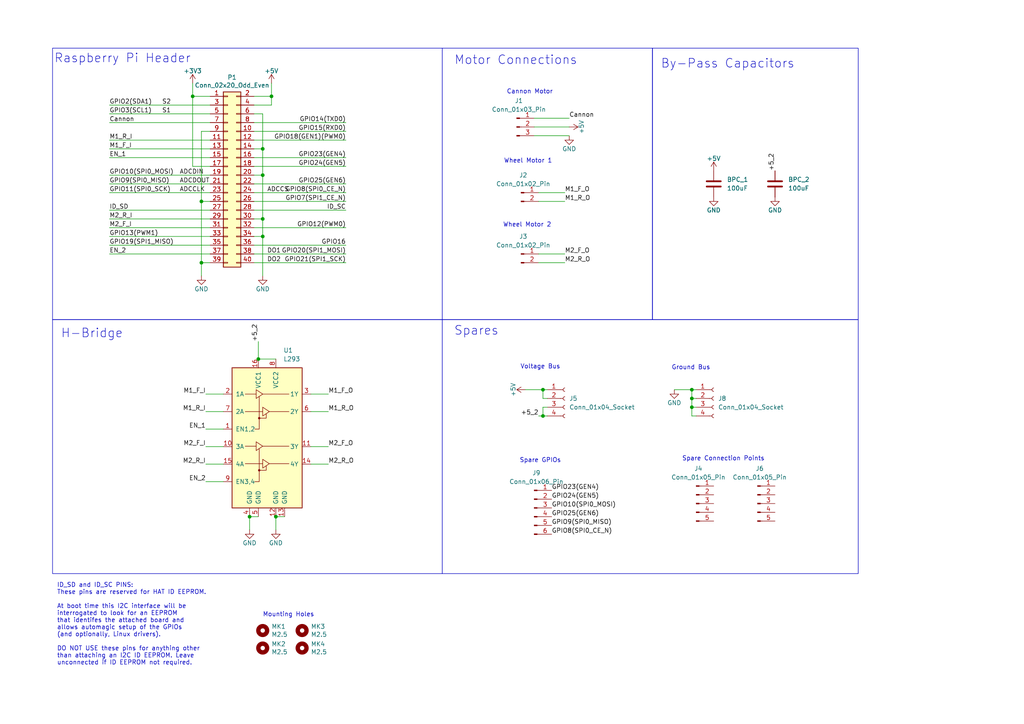
<source format=kicad_sch>
(kicad_sch (version 20231120) (generator "eeschema") (generator_version "8.0")
  (paper "A4")
  (title_block (date "15 nov 2012"))
  (lib_symbols
    (symbol "Connector:Conn_01x02_Pin" (pin_names (offset 1.016) hide)
      (property "Reference" "J" (at 0 2.54 0))
      (property "Value" "Conn_01x02_Pin" (at 0 -5.08 0))
      (symbol "Conn_01x02_Pin_1_1"
        (polyline (pts (xy 1.27 -2.54) (xy 0.8636 -2.54)) (stroke (width 0.1524)))
        (polyline (pts (xy 1.27 0) (xy 0.8636 0)) (stroke (width 0.1524)))
        (rectangle (start 0.8636 -2.413) (end 0 -2.667) (stroke (width 0.1524)) (fill (type outline)))
        (rectangle (start 0.8636 0.127) (end 0 -0.127) (stroke (width 0.1524)) (fill (type outline)))
        (pin passive line (at 5.08 0 180) (length 3.81) (name "Pin_1") (number "1"))
        (pin passive line (at 5.08 -2.54 180) (length 3.81) (name "Pin_2") (number "2"))
      )
    )
    (symbol "Connector:Conn_01x03_Pin" (pin_names (offset 1.016) hide)
      (property "Reference" "J" (at 0 5.08 0))
      (property "Value" "Conn_01x03_Pin" (at 0 -5.08 0))
      (symbol "Conn_01x03_Pin_1_1"
        (polyline (pts (xy 1.27 -2.54) (xy 0.8636 -2.54)) (stroke (width 0.1524)))
        (polyline (pts (xy 1.27 0) (xy 0.8636 0)) (stroke (width 0.1524)))
        (polyline (pts (xy 1.27 2.54) (xy 0.8636 2.54)) (stroke (width 0.1524)))
        (rectangle (start 0.8636 -2.413) (end 0 -2.667) (stroke (width 0.1524)) (fill (type outline)))
        (rectangle (start 0.8636 0.127) (end 0 -0.127) (stroke (width 0.1524)) (fill (type outline)))
        (rectangle (start 0.8636 2.667) (end 0 2.413) (stroke (width 0.1524)) (fill (type outline)))
        (pin passive line (at 5.08 2.54 180) (length 3.81) (name "Pin_1") (number "1"))
        (pin passive line (at 5.08 0 180) (length 3.81) (name "Pin_2") (number "2"))
        (pin passive line (at 5.08 -2.54 180) (length 3.81) (name "Pin_3") (number "3"))
      )
    )
    (symbol "Connector:Conn_01x04_Socket" (pin_names (offset 1.016) hide)
      (property "Reference" "J" (at 0 5.08 0))
      (property "Value" "Conn_01x04_Socket" (at 0 -7.62 0))
      (symbol "Conn_01x04_Socket_1_1"
        (arc (start 0 -4.572) (mid -0.5058 -5.08) (end 0 -5.588) (stroke (width 0.1524)))
        (arc (start 0 -2.032) (mid -0.5058 -2.54) (end 0 -3.048) (stroke (width 0.1524)))
        (polyline (pts (xy -1.27 -5.08) (xy -0.508 -5.08)) (stroke (width 0.1524)))
        (polyline (pts (xy -1.27 -2.54) (xy -0.508 -2.54)) (stroke (width 0.1524)))
        (polyline (pts (xy -1.27 0) (xy -0.508 0)) (stroke (width 0.1524)))
        (polyline (pts (xy -1.27 2.54) (xy -0.508 2.54)) (stroke (width 0.1524)))
        (arc (start 0 0.508) (mid -0.5058 0) (end 0 -0.508) (stroke (width 0.1524)))
        (arc (start 0 3.048) (mid -0.5058 2.54) (end 0 2.032) (stroke (width 0.1524)))
        (pin passive line (at -5.08 2.54 0) (length 3.81) (name "Pin_1") (number "1"))
        (pin passive line (at -5.08 0 0) (length 3.81) (name "Pin_2") (number "2"))
        (pin passive line (at -5.08 -2.54 0) (length 3.81) (name "Pin_3") (number "3"))
        (pin passive line (at -5.08 -5.08 0) (length 3.81) (name "Pin_4") (number "4"))
      )
    )
    (symbol "Connector:Conn_01x05_Pin" (pin_names (offset 1.016) hide)
      (property "Reference" "J" (at 0 7.62 0))
      (property "Value" "Conn_01x05_Pin" (at 0 -7.62 0))
      (symbol "Conn_01x05_Pin_1_1"
        (polyline (pts (xy 1.27 -5.08) (xy 0.8636 -5.08)) (stroke (width 0.1524)))
        (polyline (pts (xy 1.27 -2.54) (xy 0.8636 -2.54)) (stroke (width 0.1524)))
        (polyline (pts (xy 1.27 0) (xy 0.8636 0)) (stroke (width 0.1524)))
        (polyline (pts (xy 1.27 2.54) (xy 0.8636 2.54)) (stroke (width 0.1524)))
        (polyline (pts (xy 1.27 5.08) (xy 0.8636 5.08)) (stroke (width 0.1524)))
        (rectangle (start 0.8636 -4.953) (end 0 -5.207) (stroke (width 0.1524)) (fill (type outline)))
        (rectangle (start 0.8636 -2.413) (end 0 -2.667) (stroke (width 0.1524)) (fill (type outline)))
        (rectangle (start 0.8636 0.127) (end 0 -0.127) (stroke (width 0.1524)) (fill (type outline)))
        (rectangle (start 0.8636 2.667) (end 0 2.413) (stroke (width 0.1524)) (fill (type outline)))
        (rectangle (start 0.8636 5.207) (end 0 4.953) (stroke (width 0.1524)) (fill (type outline)))
        (pin passive line (at 5.08 5.08 180) (length 3.81) (name "Pin_1") (number "1"))
        (pin passive line (at 5.08 2.54 180) (length 3.81) (name "Pin_2") (number "2"))
        (pin passive line (at 5.08 0 180) (length 3.81) (name "Pin_3") (number "3"))
        (pin passive line (at 5.08 -2.54 180) (length 3.81) (name "Pin_4") (number "4"))
        (pin passive line (at 5.08 -5.08 180) (length 3.81) (name "Pin_5") (number "5"))
      )
    )
    (symbol "Connector:Conn_01x06_Pin" (pin_names (offset 1.016) hide)
      (property "Reference" "J" (at 0 7.62 0))
      (property "Value" "Conn_01x06_Pin" (at 0 -10.16 0))
      (symbol "Conn_01x06_Pin_1_1"
        (polyline (pts (xy 1.27 -7.62) (xy 0.8636 -7.62)) (stroke (width 0.1524)))
        (polyline (pts (xy 1.27 -5.08) (xy 0.8636 -5.08)) (stroke (width 0.1524)))
        (polyline (pts (xy 1.27 -2.54) (xy 0.8636 -2.54)) (stroke (width 0.1524)))
        (polyline (pts (xy 1.27 0) (xy 0.8636 0)) (stroke (width 0.1524)))
        (polyline (pts (xy 1.27 2.54) (xy 0.8636 2.54)) (stroke (width 0.1524)))
        (polyline (pts (xy 1.27 5.08) (xy 0.8636 5.08)) (stroke (width 0.1524)))
        (rectangle (start 0.8636 -7.493) (end 0 -7.747) (stroke (width 0.1524)) (fill (type outline)))
        (rectangle (start 0.8636 -4.953) (end 0 -5.207) (stroke (width 0.1524)) (fill (type outline)))
        (rectangle (start 0.8636 -2.413) (end 0 -2.667) (stroke (width 0.1524)) (fill (type outline)))
        (rectangle (start 0.8636 0.127) (end 0 -0.127) (stroke (width 0.1524)) (fill (type outline)))
        (rectangle (start 0.8636 2.667) (end 0 2.413) (stroke (width 0.1524)) (fill (type outline)))
        (rectangle (start 0.8636 5.207) (end 0 4.953) (stroke (width 0.1524)) (fill (type outline)))
        (pin passive line (at 5.08 5.08 180) (length 3.81) (name "Pin_1") (number "1"))
        (pin passive line (at 5.08 2.54 180) (length 3.81) (name "Pin_2") (number "2"))
        (pin passive line (at 5.08 0 180) (length 3.81) (name "Pin_3") (number "3"))
        (pin passive line (at 5.08 -2.54 180) (length 3.81) (name "Pin_4") (number "4"))
        (pin passive line (at 5.08 -5.08 180) (length 3.81) (name "Pin_5") (number "5"))
        (pin passive line (at 5.08 -7.62 180) (length 3.81) (name "Pin_6") (number "6"))
      )
    )
    (symbol "Connector_Generic:Conn_02x20_Odd_Even" (pin_names (offset 1.016) hide)
      (property "Reference" "J" (at 1.27 25.4 0))
      (property "Value" "Conn_02x20_Odd_Even" (at 1.27 -27.94 0))
      (symbol "Conn_02x20_Odd_Even_1_1"
        (rectangle (start -1.27 -25.273) (end 0 -25.527) (stroke (width 0.1524)))
        (rectangle (start -1.27 -22.733) (end 0 -22.987) (stroke (width 0.1524)))
        (rectangle (start -1.27 -20.193) (end 0 -20.447) (stroke (width 0.1524)))
        (rectangle (start -1.27 -17.653) (end 0 -17.907) (stroke (width 0.1524)))
        (rectangle (start -1.27 -15.113) (end 0 -15.367) (stroke (width 0.1524)))
        (rectangle (start -1.27 -12.573) (end 0 -12.827) (stroke (width 0.1524)))
        (rectangle (start -1.27 -10.033) (end 0 -10.287) (stroke (width 0.1524)))
        (rectangle (start -1.27 -7.493) (end 0 -7.747) (stroke (width 0.1524)))
        (rectangle (start -1.27 -4.953) (end 0 -5.207) (stroke (width 0.1524)))
        (rectangle (start -1.27 -2.413) (end 0 -2.667) (stroke (width 0.1524)))
        (rectangle (start -1.27 0.127) (end 0 -0.127) (stroke (width 0.1524)))
        (rectangle (start -1.27 2.667) (end 0 2.413) (stroke (width 0.1524)))
        (rectangle (start -1.27 5.207) (end 0 4.953) (stroke (width 0.1524)))
        (rectangle (start -1.27 7.747) (end 0 7.493) (stroke (width 0.1524)))
        (rectangle (start -1.27 10.287) (end 0 10.033) (stroke (width 0.1524)))
        (rectangle (start -1.27 12.827) (end 0 12.573) (stroke (width 0.1524)))
        (rectangle (start -1.27 15.367) (end 0 15.113) (stroke (width 0.1524)))
        (rectangle (start -1.27 17.907) (end 0 17.653) (stroke (width 0.1524)))
        (rectangle (start -1.27 20.447) (end 0 20.193) (stroke (width 0.1524)))
        (rectangle (start -1.27 22.987) (end 0 22.733) (stroke (width 0.1524)))
        (rectangle (start -1.27 24.13) (end 3.81 -26.67) (stroke (width 0.254)) (fill (type background)))
        (rectangle (start 3.81 -25.273) (end 2.54 -25.527) (stroke (width 0.1524)))
        (rectangle (start 3.81 -22.733) (end 2.54 -22.987) (stroke (width 0.1524)))
        (rectangle (start 3.81 -20.193) (end 2.54 -20.447) (stroke (width 0.1524)))
        (rectangle (start 3.81 -17.653) (end 2.54 -17.907) (stroke (width 0.1524)))
        (rectangle (start 3.81 -15.113) (end 2.54 -15.367) (stroke (width 0.1524)))
        (rectangle (start 3.81 -12.573) (end 2.54 -12.827) (stroke (width 0.1524)))
        (rectangle (start 3.81 -10.033) (end 2.54 -10.287) (stroke (width 0.1524)))
        (rectangle (start 3.81 -7.493) (end 2.54 -7.747) (stroke (width 0.1524)))
        (rectangle (start 3.81 -4.953) (end 2.54 -5.207) (stroke (width 0.1524)))
        (rectangle (start 3.81 -2.413) (end 2.54 -2.667) (stroke (width 0.1524)))
        (rectangle (start 3.81 0.127) (end 2.54 -0.127) (stroke (width 0.1524)))
        (rectangle (start 3.81 2.667) (end 2.54 2.413) (stroke (width 0.1524)))
        (rectangle (start 3.81 5.207) (end 2.54 4.953) (stroke (width 0.1524)))
        (rectangle (start 3.81 7.747) (end 2.54 7.493) (stroke (width 0.1524)))
        (rectangle (start 3.81 10.287) (end 2.54 10.033) (stroke (width 0.1524)))
        (rectangle (start 3.81 12.827) (end 2.54 12.573) (stroke (width 0.1524)))
        (rectangle (start 3.81 15.367) (end 2.54 15.113) (stroke (width 0.1524)))
        (rectangle (start 3.81 17.907) (end 2.54 17.653) (stroke (width 0.1524)))
        (rectangle (start 3.81 20.447) (end 2.54 20.193) (stroke (width 0.1524)))
        (rectangle (start 3.81 22.987) (end 2.54 22.733) (stroke (width 0.1524)))
        (pin passive line (at -5.08 22.86 0) (length 3.81) (name "Pin_1") (number "1"))
        (pin passive line (at 7.62 12.7 180) (length 3.81) (name "Pin_10") (number "10"))
        (pin passive line (at -5.08 10.16 0) (length 3.81) (name "Pin_11") (number "11"))
        (pin passive line (at 7.62 10.16 180) (length 3.81) (name "Pin_12") (number "12"))
        (pin passive line (at -5.08 7.62 0) (length 3.81) (name "Pin_13") (number "13"))
        (pin passive line (at 7.62 7.62 180) (length 3.81) (name "Pin_14") (number "14"))
        (pin passive line (at -5.08 5.08 0) (length 3.81) (name "Pin_15") (number "15"))
        (pin passive line (at 7.62 5.08 180) (length 3.81) (name "Pin_16") (number "16"))
        (pin passive line (at -5.08 2.54 0) (length 3.81) (name "Pin_17") (number "17"))
        (pin passive line (at 7.62 2.54 180) (length 3.81) (name "Pin_18") (number "18"))
        (pin passive line (at -5.08 0 0) (length 3.81) (name "Pin_19") (number "19"))
        (pin passive line (at 7.62 22.86 180) (length 3.81) (name "Pin_2") (number "2"))
        (pin passive line (at 7.62 0 180) (length 3.81) (name "Pin_20") (number "20"))
        (pin passive line (at -5.08 -2.54 0) (length 3.81) (name "Pin_21") (number "21"))
        (pin passive line (at 7.62 -2.54 180) (length 3.81) (name "Pin_22") (number "22"))
        (pin passive line (at -5.08 -5.08 0) (length 3.81) (name "Pin_23") (number "23"))
        (pin passive line (at 7.62 -5.08 180) (length 3.81) (name "Pin_24") (number "24"))
        (pin passive line (at -5.08 -7.62 0) (length 3.81) (name "Pin_25") (number "25"))
        (pin passive line (at 7.62 -7.62 180) (length 3.81) (name "Pin_26") (number "26"))
        (pin passive line (at -5.08 -10.16 0) (length 3.81) (name "Pin_27") (number "27"))
        (pin passive line (at 7.62 -10.16 180) (length 3.81) (name "Pin_28") (number "28"))
        (pin passive line (at -5.08 -12.7 0) (length 3.81) (name "Pin_29") (number "29"))
        (pin passive line (at -5.08 20.32 0) (length 3.81) (name "Pin_3") (number "3"))
        (pin passive line (at 7.62 -12.7 180) (length 3.81) (name "Pin_30") (number "30"))
        (pin passive line (at -5.08 -15.24 0) (length 3.81) (name "Pin_31") (number "31"))
        (pin passive line (at 7.62 -15.24 180) (length 3.81) (name "Pin_32") (number "32"))
        (pin passive line (at -5.08 -17.78 0) (length 3.81) (name "Pin_33") (number "33"))
        (pin passive line (at 7.62 -17.78 180) (length 3.81) (name "Pin_34") (number "34"))
        (pin passive line (at -5.08 -20.32 0) (length 3.81) (name "Pin_35") (number "35"))
        (pin passive line (at 7.62 -20.32 180) (length 3.81) (name "Pin_36") (number "36"))
        (pin passive line (at -5.08 -22.86 0) (length 3.81) (name "Pin_37") (number "37"))
        (pin passive line (at 7.62 -22.86 180) (length 3.81) (name "Pin_38") (number "38"))
        (pin passive line (at -5.08 -25.4 0) (length 3.81) (name "Pin_39") (number "39"))
        (pin passive line (at 7.62 20.32 180) (length 3.81) (name "Pin_4") (number "4"))
        (pin passive line (at 7.62 -25.4 180) (length 3.81) (name "Pin_40") (number "40"))
        (pin passive line (at -5.08 17.78 0) (length 3.81) (name "Pin_5") (number "5"))
        (pin passive line (at 7.62 17.78 180) (length 3.81) (name "Pin_6") (number "6"))
        (pin passive line (at -5.08 15.24 0) (length 3.81) (name "Pin_7") (number "7"))
        (pin passive line (at 7.62 15.24 180) (length 3.81) (name "Pin_8") (number "8"))
        (pin passive line (at -5.08 12.7 0) (length 3.81) (name "Pin_9") (number "9"))
      )
    )
    (symbol "Device:C" (pin_numbers hide) (pin_names (offset 0.254))
      (property "Reference" "C" (at 0.635 2.54 0))
      (property "Value" "C" (at 0.635 -2.54 0))
      (symbol "C_0_1"
        (polyline (pts (xy -2.032 -0.762) (xy 2.032 -0.762)) (stroke (width 0.508)))
        (polyline (pts (xy -2.032 0.762) (xy 2.032 0.762)) (stroke (width 0.508)))
      )
      (symbol "C_1_1"
        (pin passive line (at 0 3.81 270) (length 2.794) (name "~") (number "1"))
        (pin passive line (at 0 -3.81 90) (length 2.794) (name "~") (number "2"))
      )
    )
    (symbol "Driver_Motor:L293" (pin_names (offset 1.016))
      (property "Reference" "U" (at -5.08 26.035 0))
      (property "Value" "L293" (at -5.08 24.13 0))
      (symbol "L293_0_1"
        (rectangle (start -10.16 22.86) (end 10.16 -17.78) (stroke (width 0.254)) (fill (type background)))
        (circle (center -2.286 -6.858) (radius 0.254) (fill (type outline)))
        (circle (center -2.286 8.255) (radius 0.254) (fill (type outline)))
        (polyline (pts (xy -6.35 -4.953) (xy -1.27 -4.953)))
        (polyline (pts (xy -6.35 0.127) (xy -3.175 0.127)))
        (polyline (pts (xy -6.35 10.16) (xy -1.27 10.16)))
        (polyline (pts (xy -6.35 15.24) (xy -3.175 15.24)))
        (polyline (pts (xy -1.27 0.127) (xy 6.35 0.127)))
        (polyline (pts (xy -1.27 15.24) (xy 6.35 15.24)))
        (polyline (pts (xy 0.635 -4.953) (xy 6.35 -4.953)))
        (polyline (pts (xy 0.635 10.16) (xy 6.35 10.16)))
        (polyline (pts (xy -2.286 -6.858) (xy -0.254 -6.858) (xy -0.254 -5.588)))
        (polyline (pts (xy -2.286 -0.635) (xy -2.286 -10.16) (xy -3.556 -10.16)))
        (polyline (pts (xy -2.286 8.255) (xy -0.254 8.255) (xy -0.254 9.525)))
        (polyline (pts (xy -2.286 14.478) (xy -2.286 5.08) (xy -3.556 5.08)))
        (polyline (pts (xy -3.175 1.397) (xy -3.175 -1.143) (xy -1.27 0.127) (xy -3.175 1.397)))
        (polyline (pts (xy -3.175 16.51) (xy -3.175 13.97) (xy -1.27 15.24) (xy -3.175 16.51)))
        (polyline (pts (xy -1.27 -3.683) (xy -1.27 -6.223) (xy 0.635 -4.953) (xy -1.27 -3.683)))
        (polyline (pts (xy -1.27 11.43) (xy -1.27 8.89) (xy 0.635 10.16) (xy -1.27 11.43)))
      )
      (symbol "L293_1_1"
        (pin input line (at -12.7 5.08 0) (length 2.54) (name "EN1,2") (number "1"))
        (pin input line (at -12.7 0 0) (length 2.54) (name "3A") (number "10"))
        (pin output line (at 12.7 0 180) (length 2.54) (name "3Y") (number "11"))
        (pin power_in line (at 2.54 -20.32 90) (length 2.54) (name "GND") (number "12"))
        (pin power_in line (at 5.08 -20.32 90) (length 2.54) (name "GND") (number "13"))
        (pin output line (at 12.7 -5.08 180) (length 2.54) (name "4Y") (number "14"))
        (pin input line (at -12.7 -5.08 0) (length 2.54) (name "4A") (number "15"))
        (pin power_in line (at -2.54 25.4 270) (length 2.54) (name "VCC1") (number "16"))
        (pin input line (at -12.7 15.24 0) (length 2.54) (name "1A") (number "2"))
        (pin output line (at 12.7 15.24 180) (length 2.54) (name "1Y") (number "3"))
        (pin power_in line (at -5.08 -20.32 90) (length 2.54) (name "GND") (number "4"))
        (pin power_in line (at -2.54 -20.32 90) (length 2.54) (name "GND") (number "5"))
        (pin output line (at 12.7 10.16 180) (length 2.54) (name "2Y") (number "6"))
        (pin input line (at -12.7 10.16 0) (length 2.54) (name "2A") (number "7"))
        (pin power_in line (at 2.54 25.4 270) (length 2.54) (name "VCC2") (number "8"))
        (pin input line (at -12.7 -10.16 0) (length 2.54) (name "EN3,4") (number "9"))
      )
    )
    (symbol "Lec18-PCB_kicad-rescue:+3.3V-power" (power) (pin_names (offset 0))
      (property "Value" "+3.3V-power" (at 0 3.556 0))
      (symbol "+3.3V-power_0_1"
        (polyline (pts (xy -0.762 1.27) (xy 0 2.54)))
        (polyline (pts (xy 0 0) (xy 0 2.54)))
        (polyline (pts (xy 0 2.54) (xy 0.762 1.27)))
      )
      (symbol "+3.3V-power_1_1"
        (pin power_in line (at 0 0 90) (length 0) hide (name "+3V3") (number "1"))
      )
    )
    (symbol "Lec18-PCB_kicad-rescue:Mounting_Hole-Mechanical" (pin_names (offset 1.016))
      (property "Reference" "MK" (at 0 5.08 0))
      (property "Value" "Mounting_Hole-Mechanical" (at 0 3.175 0))
      (symbol "Mounting_Hole-Mechanical_0_1"
        (circle (center 0 0) (radius 1.27) (stroke (width 1.27)))
      )
    )
    (symbol "power:+5V" (power) (pin_names (offset 0))
      (property "Value" "+5V" (at 0 3.556 0))
      (symbol "+5V_0_1"
        (polyline (pts (xy -0.762 1.27) (xy 0 2.54)))
        (polyline (pts (xy 0 0) (xy 0 2.54)))
        (polyline (pts (xy 0 2.54) (xy 0.762 1.27)))
      )
      (symbol "+5V_1_1"
        (pin power_in line (at 0 0 90) (length 0) hide (name "+5V") (number "1"))
      )
    )
    (symbol "power:GND" (power) (pin_names (offset 0))
      (property "Value" "GND" (at 0 -3.81 0))
      (symbol "GND_0_1"
        (polyline (pts (xy 0 0) (xy 0 -1.27) (xy 1.27 -1.27) (xy 0 -2.54) (xy -1.27 -1.27) (xy 0 -1.27)))
      )
      (symbol "GND_1_1"
        (pin power_in line (at 0 0 270) (length 0) hide (name "GND") (number "1"))
      )
    )
  )
  (junction (at 76.2 43.18))
  (junction (at 200.66 115.57))
  (junction (at 80.01 149.86))
  (junction (at 76.2 50.8))
  (junction (at 157.48 113.03))
  (junction (at 76.2 63.5))
  (junction (at 200.66 113.03))
  (junction (at 74.93 104.14))
  (junction (at 58.42 76.2))
  (junction (at 157.48 120.65))
  (junction (at 200.66 118.11))
  (junction (at 76.2 68.58))
  (junction (at 78.74 27.94))
  (junction (at 72.39 149.86))
  (junction (at 58.42 58.42))
  (junction (at 55.88 27.94))
  (wire (pts (xy 158.75 118.11) (xy 157.48 118.11)))
  (wire (pts (xy 152.4 113.03) (xy 157.48 113.03)))
  (wire (pts (xy 60.96 68.58) (xy 31.75 68.58)))
  (wire (pts (xy 195.58 113.03) (xy 200.66 113.03)))
  (wire (pts (xy 76.2 50.8) (xy 76.2 63.5)))
  (wire (pts (xy 76.2 43.18) (xy 76.2 50.8)))
  (wire (pts (xy 90.17 134.62) (xy 95.25 134.62)))
  (wire (pts (xy 73.66 35.56) (xy 100.33 35.56)))
  (wire (pts (xy 31.75 66.04) (xy 60.96 66.04)))
  (wire (pts (xy 31.75 33.02) (xy 60.96 33.02)))
  (wire (pts (xy 157.48 118.11) (xy 157.48 120.65)))
  (wire (pts (xy 80.01 149.86) (xy 82.55 149.86)))
  (wire (pts (xy 55.88 27.94) (xy 60.96 27.94)))
  (wire (pts (xy 58.42 76.2) (xy 60.96 76.2)))
  (wire (pts (xy 31.75 53.34) (xy 60.96 53.34)))
  (wire (pts (xy 157.48 113.03) (xy 158.75 113.03)))
  (wire (pts (xy 154.94 39.37) (xy 165.1 39.37)))
  (wire (pts (xy 72.39 149.86) (xy 74.93 149.86)))
  (wire (pts (xy 157.48 115.57) (xy 158.75 115.57)))
  (wire (pts (xy 200.66 113.03) (xy 200.66 115.57)))
  (wire (pts (xy 76.2 68.58) (xy 73.66 68.58)))
  (wire (pts (xy 157.48 113.03) (xy 157.48 115.57)))
  (wire (pts (xy 201.93 120.65) (xy 200.66 120.65)))
  (wire (pts (xy 200.66 115.57) (xy 200.66 118.11)))
  (wire (pts (xy 76.2 43.18) (xy 73.66 43.18)))
  (wire (pts (xy 58.42 58.42) (xy 58.42 76.2)))
  (wire (pts (xy 78.74 27.94) (xy 73.66 27.94)))
  (wire (pts (xy 58.42 58.42) (xy 60.96 58.42)))
  (wire (pts (xy 59.69 129.54) (xy 64.77 129.54)))
  (wire (pts (xy 73.66 73.66) (xy 100.33 73.66)))
  (wire (pts (xy 73.66 45.72) (xy 100.33 45.72)))
  (wire (pts (xy 31.75 63.5) (xy 60.96 63.5)))
  (wire (pts (xy 73.66 53.34) (xy 100.33 53.34)))
  (wire (pts (xy 31.75 43.18) (xy 60.96 43.18)))
  (wire (pts (xy 60.96 40.64) (xy 31.75 40.64)))
  (wire (pts (xy 90.17 119.38) (xy 95.25 119.38)))
  (wire (pts (xy 78.74 30.48) (xy 73.66 30.48)))
  (wire (pts (xy 60.96 30.48) (xy 31.75 30.48)))
  (wire (pts (xy 156.21 55.88) (xy 163.83 55.88)))
  (wire (pts (xy 73.66 60.96) (xy 100.33 60.96)))
  (wire (pts (xy 59.69 124.46) (xy 64.77 124.46)))
  (wire (pts (xy 154.94 34.29) (xy 165.1 34.29)))
  (wire (pts (xy 154.94 36.83) (xy 165.1 36.83)))
  (wire (pts (xy 200.66 113.03) (xy 201.93 113.03)))
  (wire (pts (xy 200.66 115.57) (xy 201.93 115.57)))
  (wire (pts (xy 78.74 27.94) (xy 78.74 30.48)))
  (wire (pts (xy 73.66 40.64) (xy 100.33 40.64)))
  (wire (pts (xy 76.2 33.02) (xy 76.2 43.18)))
  (wire (pts (xy 31.75 73.66) (xy 60.96 73.66)))
  (wire (pts (xy 78.74 24.13) (xy 78.74 27.94)))
  (wire (pts (xy 156.21 73.66) (xy 163.83 73.66)))
  (wire (pts (xy 31.75 45.72) (xy 60.96 45.72)))
  (wire (pts (xy 60.96 50.8) (xy 31.75 50.8)))
  (wire (pts (xy 76.2 50.8) (xy 73.66 50.8)))
  (wire (pts (xy 80.01 149.86) (xy 80.01 153.67)))
  (wire (pts (xy 73.66 48.26) (xy 100.33 48.26)))
  (wire (pts (xy 90.17 114.3) (xy 95.25 114.3)))
  (wire (pts (xy 55.88 48.26) (xy 60.96 48.26)))
  (wire (pts (xy 76.2 63.5) (xy 73.66 63.5)))
  (wire (pts (xy 76.2 63.5) (xy 76.2 68.58)))
  (wire (pts (xy 156.21 58.42) (xy 163.83 58.42)))
  (wire (pts (xy 74.93 104.14) (xy 80.01 104.14)))
  (wire (pts (xy 59.69 119.38) (xy 64.77 119.38)))
  (wire (pts (xy 73.66 38.1) (xy 100.33 38.1)))
  (wire (pts (xy 59.69 139.7) (xy 64.77 139.7)))
  (wire (pts (xy 156.21 120.65) (xy 157.48 120.65)))
  (wire (pts (xy 31.75 35.56) (xy 60.96 35.56)))
  (wire (pts (xy 58.42 38.1) (xy 58.42 58.42)))
  (wire (pts (xy 73.66 71.12) (xy 100.33 71.12)))
  (wire (pts (xy 200.66 118.11) (xy 200.66 120.65)))
  (wire (pts (xy 76.2 33.02) (xy 73.66 33.02)))
  (wire (pts (xy 59.69 114.3) (xy 64.77 114.3)))
  (wire (pts (xy 201.93 118.11) (xy 200.66 118.11)))
  (wire (pts (xy 58.42 38.1) (xy 60.96 38.1)))
  (wire (pts (xy 73.66 66.04) (xy 100.33 66.04)))
  (wire (pts (xy 58.42 76.2) (xy 58.42 80.01)))
  (wire (pts (xy 31.75 55.88) (xy 60.96 55.88)))
  (wire (pts (xy 55.88 24.13) (xy 55.88 27.94)))
  (wire (pts (xy 59.69 134.62) (xy 64.77 134.62)))
  (wire (pts (xy 55.88 27.94) (xy 55.88 48.26)))
  (wire (pts (xy 72.39 149.86) (xy 72.39 153.67)))
  (wire (pts (xy 156.21 76.2) (xy 163.83 76.2)))
  (wire (pts (xy 60.96 60.96) (xy 31.75 60.96)))
  (wire (pts (xy 90.17 129.54) (xy 95.25 129.54)))
  (wire (pts (xy 73.66 76.2) (xy 100.33 76.2)))
  (wire (pts (xy 31.75 71.12) (xy 60.96 71.12)))
  (wire (pts (xy 157.48 120.65) (xy 158.75 120.65)))
  (wire (pts (xy 73.66 58.42) (xy 100.33 58.42)))
  (wire (pts (xy 73.66 55.88) (xy 100.33 55.88)))
  (wire (pts (xy 76.2 68.58) (xy 76.2 80.01)))
  (wire (pts (xy 74.93 99.06) (xy 74.93 104.14)))
  (rectangle (start 128.27 13.97) (end 189.23 92.71))
  (rectangle (start 15.24 13.97) (end 128.27 92.71))
  (rectangle (start 189.23 13.97) (end 248.92 92.71))
  (rectangle (start 128.27 92.71) (end 248.92 166.37))
  (rectangle (start 15.24 92.71) (end 128.27 166.37))
  (text "Motor Connections" (at 149.606 17.526 0) (effects (font (size 2.54 2.54))))
  (text "Spares" (at 138.176 96.012 0) (effects (font (size 2.54 2.54))))
  (text "Ground Bus" (at 200.406 106.68 0) (effects (font (size 1.27 1.27))))
  (text "Voltage Bus" (at 156.718 106.426 0) (effects (font (size 1.27 1.27))))
  (text "Spare GPIOs" (at 156.718 133.604 0) (effects (font (size 1.27 1.27))))
  (text "ID_SD and ID_SC PINS:\nThese pins are reserved for HAT ID EEPROM.\n\nAt boot time this I2C interface will be\ninterrogated to look for an EEPROM\nthat identifes the attached board and\nallows automagic setup of the GPIOs\n(and optionally, Linux drivers).\n\nDO NOT USE these pins for anything other\nthan attaching an I2C ID EEPROM. Leave\nunconnected if ID EEPROM not required." (at 16.51 193.04 0) (effects (font (size 1.27 1.27)) (justify left bottom)))
  (text "Spare Connection Points" (at 209.804 133.096 0) (effects (font (size 1.27 1.27))))
  (text "Wheel Motor 1" (at 153.162 46.736 0) (effects (font (size 1.27 1.27))))
  (text "Wheel Motor 2" (at 152.908 65.278 0) (effects (font (size 1.27 1.27))))
  (text "H-Bridge" (at 26.67 96.774 0) (effects (font (size 2.54 2.54))))
  (text "By-Pass Capacitors" (at 211.074 18.542 0) (effects (font (size 2.54 2.54))))
  (text "Cannon Motor" (at 153.67 26.67 0) (effects (font (size 1.27 1.27))))
  (text "Raspberry Pi Header" (at 35.56 17.018 0) (effects (font (size 2.54 2.54))))
  (text "Mounting Holes" (at 76.2 179.07 0) (effects (font (size 1.27 1.27)) (justify left bottom)))
  (label "GPIO24(GEN5)" (at 100.33 48.26 180))
  (label "GPIO14(TXD0)" (at 100.33 35.56 180))
  (label "GPIO20(SPI1_MOSI)" (at 100.33 73.66 180))
  (label "GPIO23(GEN4)" (at 160.02 142.24 0))
  (label "ID_SC" (at 100.33 60.96 180))
  (label "DO2" (at 77.47 76.2 0))
  (label "EN_1" (at 31.75 45.72 0))
  (label "ADCDOUT" (at 52.07 53.34 0))
  (label "GPIO16" (at 100.33 71.12 180))
  (label "ADCCS" (at 77.47 55.88 0))
  (label "GPIO9(SPI0_MISO)" (at 31.75 53.34 0))
  (label "M1_R_I" (at 59.69 119.38 180))
  (label "+5_2" (at 74.93 99.06 90))
  (label "Cannon" (at 165.1 34.29 0))
  (label "M2_R_O" (at 95.25 134.62 0))
  (label "M2_R_I" (at 59.69 134.62 180))
  (label "GPIO19(SPI1_MISO)" (at 31.75 71.12 0))
  (label "GPIO15(RXD0)" (at 100.33 38.1 180))
  (label "GPIO7(SPI1_CE_N)" (at 100.33 58.42 180))
  (label "ID_SD" (at 31.75 60.96 0))
  (label "S2" (at 46.99 30.48 0))
  (label "GPIO11(SPI0_SCK)" (at 31.75 55.88 0))
  (label "+5_2" (at 224.79 49.53 90))
  (label "M2_R_O" (at 163.83 76.2 0))
  (label "GPIO3(SCL1)" (at 31.75 33.02 0))
  (label "M2_F_O" (at 163.83 73.66 0))
  (label "M1_F_O" (at 163.83 55.88 0))
  (label "DO1" (at 77.47 73.66 0))
  (label "M2_R_I" (at 31.75 63.5 0))
  (label "+5_2" (at 156.21 120.65 180))
  (label "GPIO9(SPI0_MISO)" (at 160.02 152.4 0))
  (label "GPIO8(SPI0_CE_N)" (at 160.02 154.94 0))
  (label "S1" (at 46.99 33.02 0))
  (label "M2_F_O" (at 95.25 129.54 0))
  (label "GPIO10(SPI0_MOSI)" (at 160.02 147.32 0))
  (label "M1_F_I" (at 31.75 43.18 0))
  (label "M2_F_I" (at 59.69 129.54 180))
  (label "EN_2" (at 59.69 139.7 180))
  (label "M1_R_O" (at 95.25 119.38 0))
  (label "GPIO2(SDA1)" (at 31.75 30.48 0))
  (label "GPIO25(GEN6)" (at 100.33 53.34 180))
  (label "GPIO18(GEN1)(PWM0)" (at 100.33 40.64 180))
  (label "GPIO10(SPI0_MOSI)" (at 31.75 50.8 0))
  (label "EN_2" (at 31.75 73.66 0))
  (label "GPIO8(SPI0_CE_N)" (at 100.33 55.88 180))
  (label "ADCDIN" (at 52.07 50.8 0))
  (label "M1_R_O" (at 163.83 58.42 0))
  (label "M1_F_O" (at 95.25 114.3 0))
  (label "GPIO21(SPI1_SCK)" (at 100.33 76.2 180))
  (label "GPIO23(GEN4)" (at 100.33 45.72 180))
  (label "GPIO13(PWM1)" (at 31.75 68.58 0))
  (label "M2_F_I" (at 31.75 66.04 0))
  (label "Cannon" (at 31.75 35.56 0))
  (label "ADCCLK" (at 52.07 55.88 0))
  (label "EN_1" (at 59.69 124.46 180))
  (label "M1_F_I" (at 59.69 114.3 180))
  (label "GPIO24(GEN5)" (at 160.02 144.78 0))
  (label "M1_R_I" (at 31.75 40.64 0))
  (label "GPIO25(GEN6)" (at 160.02 149.86 0))
  (label "GPIO12(PWM0)" (at 100.33 66.04 180))
  (symbol (lib_id "power:+5V") (at 78.74 24.13 0) (unit 1)
    (property "Reference" "#PWR01" (effects (hide yes)))
    (property "Value" "+5V" (at 78.74 20.574 0))
  )
  (symbol (lib_id "Lec18-PCB_kicad-rescue:+3.3V-power") (at 55.88 24.13 0) (unit 1)
    (property "Reference" "#PWR04" (effects (hide yes)))
    (property "Value" "+3V3" (at 55.88 20.574 0))
  )
  (symbol (lib_id "power:GND") (at 76.2 80.01 0) (unit 1)
    (property "Reference" "#PWR02" (effects (hide yes)))
    (property "Value" "GND" (at 76.2 83.82 0))
  )
  (symbol (lib_id "power:GND") (at 58.42 80.01 0) (unit 1)
    (property "Reference" "#PWR03" (effects (hide yes)))
    (property "Value" "GND" (at 58.42 83.82 0))
  )
  (symbol (lib_id "Lec18-PCB_kicad-rescue:Mounting_Hole-Mechanical") (at 76.2 182.88 0) (unit 1)
    (property "Reference" "MK1" (at 78.74 181.7116 0) (effects (justify left)))
    (property "Value" "M2.5" (at 78.74 184.023 0) (effects (justify left)))
    (property "Footprint" "MountingHole:MountingHole_2.7mm_M2.5" (effects (hide yes)))
  )
  (symbol (lib_id "Lec18-PCB_kicad-rescue:Mounting_Hole-Mechanical") (at 87.63 182.88 0) (unit 1)
    (property "Reference" "MK3" (at 90.17 181.7116 0) (effects (justify left)))
    (property "Value" "M2.5" (at 90.17 184.023 0) (effects (justify left)))
    (property "Footprint" "MountingHole:MountingHole_2.7mm_M2.5" (effects (hide yes)))
  )
  (symbol (lib_id "Lec18-PCB_kicad-rescue:Mounting_Hole-Mechanical") (at 76.2 187.96 0) (unit 1)
    (property "Reference" "MK2" (at 78.74 186.7916 0) (effects (justify left)))
    (property "Value" "M2.5" (at 78.74 189.103 0) (effects (justify left)))
    (property "Footprint" "MountingHole:MountingHole_2.7mm_M2.5" (effects (hide yes)))
  )
  (symbol (lib_id "Lec18-PCB_kicad-rescue:Mounting_Hole-Mechanical") (at 87.63 187.96 0) (unit 1)
    (property "Reference" "MK4" (at 90.17 186.7916 0) (effects (justify left)))
    (property "Value" "M2.5" (at 90.17 189.103 0) (effects (justify left)))
    (property "Footprint" "MountingHole:MountingHole_2.7mm_M2.5" (effects (hide yes)))
  )
  (symbol (lib_id "Connector_Generic:Conn_02x20_Odd_Even") (at 66.04 50.8 0) (unit 1)
    (property "Reference" "P1" (at 67.31 22.4282 0))
    (property "Value" "Conn_02x20_Odd_Even" (at 67.31 24.7396 0))
    (property "Footprint" "Connector_PinSocket_2.54mm:PinSocket_2x20_P2.54mm_Vertical" (effects (hide yes)))
  )
  (symbol (lib_id "power:GND") (at 195.58 113.03 0) (unit 1)
    (property "Reference" "#PWR012" (effects (hide yes)))
    (property "Value" "GND" (at 195.58 116.84 0))
  )
  (symbol (lib_id "power:+5V") (at 152.4 113.03 90) (unit 1)
    (property "Reference" "#PWR05" (effects (hide yes)))
    (property "Value" "+5V" (at 148.844 113.03 0))
  )
  (symbol (lib_id "Connector:Conn_01x04_Socket") (at 163.83 115.57 0) (unit 1)
    (property "Reference" "J5" (at 165.1 115.5699 0) (effects (justify left)))
    (property "Value" "Conn_01x04_Socket" (at 165.1 118.1099 0) (effects (justify left)))
    (property "Footprint" "Connector_PinSocket_2.54mm:PinSocket_1x04_P2.54mm_Vertical" (effects (hide yes)))
    (property "Description" "Generic connector, single row, 01x04, script generated" (effects (hide yes)))
  )
  (symbol (lib_id "power:+5V") (at 165.1 36.83 270) (unit 1)
    (property "Reference" "#PWR07" (effects (hide yes)))
    (property "Value" "+5V" (at 168.656 36.83 0))
  )
  (symbol (lib_id "power:GND") (at 224.79 57.15 0) (unit 1)
    (property "Reference" "#PWR08" (effects (hide yes)))
    (property "Value" "GND" (at 224.79 60.96 0))
  )
  (symbol (lib_id "Connector:Conn_01x06_Pin") (at 154.94 147.32 0) (unit 1)
    (property "Reference" "J9" (at 155.575 137.16 0))
    (property "Value" "Conn_01x06_Pin" (at 155.575 139.7 0))
    (property "Footprint" "Connector_PinHeader_2.54mm:PinHeader_1x06_P2.54mm_Vertical" (effects (hide yes)))
    (property "Description" "Generic connector, single row, 01x06, script generated" (effects (hide yes)))
  )
  (symbol (lib_id "Driver_Motor:L293") (at 77.47 129.54 0) (unit 1)
    (property "Reference" "U1" (at 82.2041 101.6 0) (effects (justify left)))
    (property "Value" "L293" (at 82.2041 104.14 0) (effects (justify left)))
    (property "Footprint" "Package_DIP:DIP-16_W7.62mm" (effects (hide yes)))
    (property "Datasheet" "http://www.ti.com/lit/ds/symlink/l293.pdf" (effects (hide yes)))
    (property "Description" "Quadruple Half-H Drivers" (effects (hide yes)))
  )
  (symbol (lib_id "power:+5V") (at 207.01 49.53 0) (unit 1)
    (property "Reference" "#PWR010" (effects (hide yes)))
    (property "Value" "+5V" (at 207.01 45.974 0))
  )
  (symbol (lib_id "power:GND") (at 80.01 153.67 0) (unit 1)
    (property "Reference" "#PWR06" (effects (hide yes)))
    (property "Value" "GND" (at 80.01 157.48 0))
  )
  (symbol (lib_id "power:GND") (at 72.39 153.67 0) (unit 1)
    (property "Reference" "#PWR011" (effects (hide yes)))
    (property "Value" "GND" (at 72.39 157.48 0))
  )
  (symbol (lib_id "Connector:Conn_01x05_Pin") (at 219.71 146.05 0) (unit 1)
    (property "Reference" "J6" (at 220.345 135.89 0))
    (property "Value" "Conn_01x05_Pin" (at 220.345 138.43 0))
    (property "Footprint" "Connector_PinHeader_2.00mm:PinHeader_1x05_P2.00mm_Vertical" (effects (hide yes)))
    (property "Description" "Generic connector, single row, 01x05, script generated" (effects (hide yes)))
  )
  (symbol (lib_id "Connector:Conn_01x04_Socket") (at 207.01 115.57 0) (unit 1)
    (property "Reference" "J8" (at 208.28 115.5699 0) (effects (justify left)))
    (property "Value" "Conn_01x04_Socket" (at 208.28 118.1099 0) (effects (justify left)))
    (property "Footprint" "Connector_PinSocket_2.54mm:PinSocket_1x04_P2.54mm_Vertical" (effects (hide yes)))
    (property "Description" "Generic connector, single row, 01x04, script generated" (effects (hide yes)))
  )
  (symbol (lib_id "Device:C") (at 224.79 53.34 0) (unit 1)
    (property "Reference" "BPC_2" (at 228.6 52.0699 0) (effects (justify left)))
    (property "Value" "100uF" (at 228.6 54.6099 0) (effects (justify left)))
    (property "Footprint" "Capacitor_THT:C_Rect_L7.0mm_W4.5mm_P5.00mm" (effects (hide yes)))
    (property "Description" "Unpolarized capacitor" (effects (hide yes)))
  )
  (symbol (lib_id "power:GND") (at 165.1 39.37 0) (unit 1)
    (property "Reference" "#PWR014" (effects (hide yes)))
    (property "Value" "GND" (at 165.1 43.18 0))
  )
  (symbol (lib_id "Connector:Conn_01x05_Pin") (at 201.93 146.05 0) (unit 1)
    (property "Reference" "J4" (at 202.565 135.89 0))
    (property "Value" "Conn_01x05_Pin" (at 202.565 138.43 0))
    (property "Footprint" "Connector_PinHeader_2.00mm:PinHeader_1x05_P2.00mm_Vertical" (effects (hide yes)))
    (property "Description" "Generic connector, single row, 01x05, script generated" (effects (hide yes)))
  )
  (symbol (lib_id "Connector:Conn_01x03_Pin") (at 149.86 36.83 0) (unit 1)
    (property "Reference" "J1" (at 150.495 29.21 0))
    (property "Value" "Conn_01x03_Pin" (at 150.495 31.75 0))
    (property "Footprint" "Connector_PinHeader_2.54mm:PinHeader_1x03_P2.54mm_Vertical" (effects (hide yes)))
    (property "Description" "Generic connector, single row, 01x03, script generated" (effects (hide yes)))
  )
  (symbol (lib_id "Connector:Conn_01x02_Pin") (at 151.13 55.88 0) (unit 1)
    (property "Reference" "J2" (at 151.765 50.8 0))
    (property "Value" "Conn_01x02_Pin" (at 151.765 53.34 0))
    (property "Footprint" "Connector_PinHeader_2.54mm:PinHeader_1x02_P2.54mm_Vertical" (effects (hide yes)))
    (property "Description" "Generic connector, single row, 01x02, script generated" (effects (hide yes)))
  )
  (symbol (lib_id "power:GND") (at 207.01 57.15 0) (unit 1)
    (property "Reference" "#PWR09" (effects (hide yes)))
    (property "Value" "GND" (at 207.01 60.96 0))
  )
  (symbol (lib_id "Device:C") (at 207.01 53.34 0) (unit 1)
    (property "Reference" "BPC_1" (at 210.82 52.0699 0) (effects (justify left)))
    (property "Value" "100uF" (at 210.82 54.6099 0) (effects (justify left)))
    (property "Footprint" "Capacitor_THT:C_Rect_L7.0mm_W4.5mm_P5.00mm" (effects (hide yes)))
    (property "Description" "Unpolarized capacitor" (effects (hide yes)))
  )
  (symbol (lib_id "Connector:Conn_01x02_Pin") (at 151.13 73.66 0) (unit 1)
    (property "Reference" "J3" (at 151.765 68.58 0))
    (property "Value" "Conn_01x02_Pin" (at 151.765 71.12 0))
    (property "Footprint" "Connector_PinHeader_2.54mm:PinHeader_1x02_P2.54mm_Vertical" (effects (hide yes)))
    (property "Description" "Generic connector, single row, 01x02, script generated" (effects (hide yes)))
  )
)
</source>
